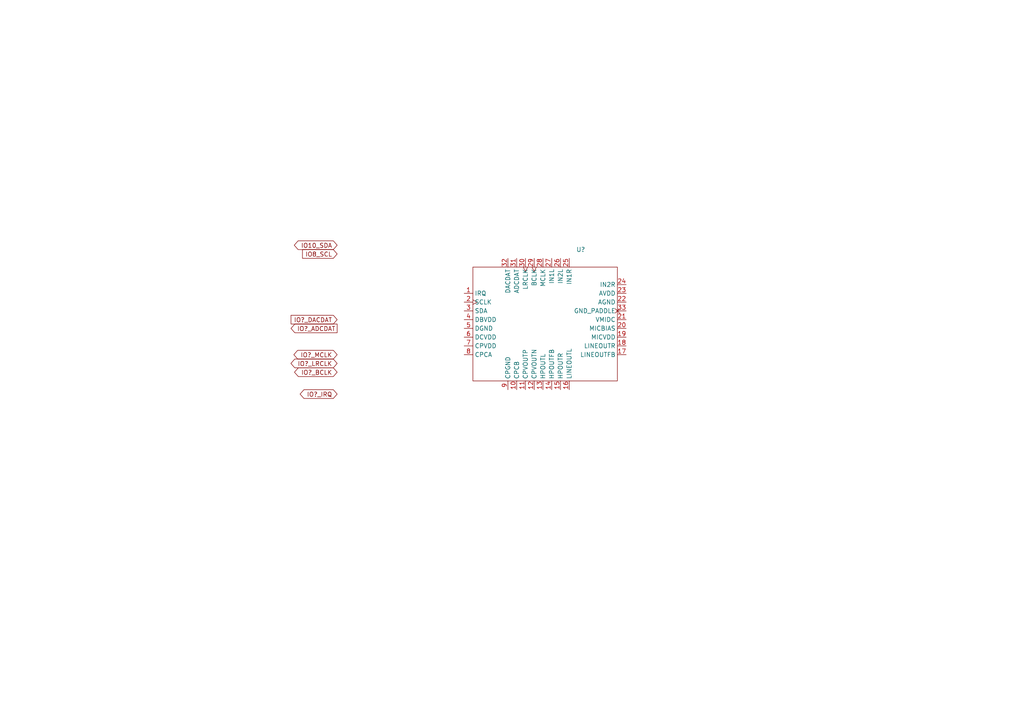
<source format=kicad_sch>
(kicad_sch (version 20211123) (generator eeschema)
  (paper "A4")
  (lib_symbols
    (symbol "Rust_Board_Audio:WM8904"
      (property "Reference" "U" (at 0 2.54 0))
      (property "Value" "WM8904" (at 0 0 0))
      (symbol "WM8904_0_0"
        (pin bidirectional line (at -24.13 8.89 0) (length 2.54) (name "IRQ") (number "1"))
        (pin output line (at -8.89 -19.05 90) (length 2.54) (name "CPCB") (number "10"))
        (pin output line (at -6.35 -19.05 90) (length 2.54) (name "CPVOUTP") (number "11"))
        (pin output line (at -3.81 -19.05 90) (length 2.54) (name "CPVOUTN") (number "12"))
        (pin output line (at -1.27 -19.05 90) (length 2.54) (name "HPOUTL") (number "13"))
        (pin output line (at 1.27 -19.05 90) (length 2.54) (name "HPOUTFB") (number "14"))
        (pin output line (at 3.81 -19.05 90) (length 2.54) (name "HPOUTR") (number "15"))
        (pin output line (at 6.35 -19.05 90) (length 2.54) (name "LINEOUTL") (number "16"))
        (pin output line (at 22.86 -8.89 180) (length 2.54) (name "LINEOUTFB") (number "17"))
        (pin output line (at 22.86 -6.35 180) (length 2.54) (name "LINEOUTR") (number "18"))
        (pin power_in line (at 22.86 -3.81 180) (length 2.54) (name "MICVDD") (number "19"))
        (pin input clock (at -24.13 6.35 0) (length 2.54) (name "SCLK") (number "2"))
        (pin output line (at 22.86 -1.27 180) (length 2.54) (name "MICBIAS") (number "20"))
        (pin passive line (at 22.86 1.27 180) (length 2.54) (name "VMIDC") (number "21"))
        (pin power_in line (at 22.86 6.35 180) (length 2.54) (name "AGND") (number "22"))
        (pin power_in line (at 22.86 8.89 180) (length 2.54) (name "AVDD") (number "23"))
        (pin input line (at 22.86 11.43 180) (length 2.54) (name "IN2R") (number "24"))
        (pin input line (at 6.35 19.05 270) (length 2.54) (name "IN1R") (number "25"))
        (pin input line (at 3.81 19.05 270) (length 2.54) (name "IN2L") (number "26"))
        (pin input line (at 1.27 19.05 270) (length 2.54) (name "IN1L") (number "27"))
        (pin input line (at -1.27 19.05 270) (length 2.54) (name "MCLK") (number "28"))
        (pin bidirectional clock (at -3.81 19.05 270) (length 2.54) (name "BCLK") (number "29"))
        (pin bidirectional line (at -24.13 3.81 0) (length 2.54) (name "SDA") (number "3"))
        (pin bidirectional clock (at -6.35 19.05 270) (length 2.54) (name "LRCLK") (number "30"))
        (pin input line (at -8.89 19.05 270) (length 2.54) (name "ADCDAT") (number "31"))
        (pin output line (at -11.43 19.05 270) (length 2.54) (name "DACDAT") (number "32"))
        (pin power_in non_logic (at 22.86 3.81 180) (length 2.54) (name "GND_PADDLE") (number "33"))
        (pin power_in line (at -24.13 1.27 0) (length 2.54) (name "DBVDD") (number "4"))
        (pin power_in line (at -24.13 -1.27 0) (length 2.54) (name "DGND") (number "5"))
        (pin power_in line (at -24.13 -3.81 0) (length 2.54) (name "DCVDD") (number "6"))
        (pin power_in line (at -24.13 -6.35 0) (length 2.54) (name "CPVDD") (number "7"))
        (pin output line (at -24.13 -8.89 0) (length 2.54) (name "CPCA") (number "8"))
        (pin power_in line (at -11.43 -19.05 90) (length 2.54) (name "CPGND") (number "9"))
      )
      (symbol "WM8904_0_1"
        (rectangle (start -21.59 16.51) (end 20.32 -16.51))
      )
    )
  )
  (global_label "IO?_DACDAT" (shape input) (at 97.79 92.71 180) (property "Intersheet References" "${INTERSHEET_REFS}" (effects hide)))
  (global_label "IO?_ADCDAT" (shape output) (at 97.79 95.25 180) (property "Intersheet References" "${INTERSHEET_REFS}" (effects hide)))
  (global_label "IO?_BCLK" (shape bidirectional) (at 97.79 107.95 180) (property "Intersheet References" "${INTERSHEET_REFS}" (effects hide)))
  (global_label "IO?_MCLK" (shape bidirectional) (at 97.79 102.87 180) (property "Intersheet References" "${INTERSHEET_REFS}" (effects hide)))
  (global_label "IO?_LRCLK" (shape bidirectional) (at 97.79 105.41 180) (property "Intersheet References" "${INTERSHEET_REFS}" (effects hide)))
  (global_label "IO8_SCL" (shape input) (at 97.79 73.66 180) (property "Intersheet References" "${INTERSHEET_REFS}" (effects hide)))
  (global_label "IO?_IRQ" (shape bidirectional) (at 97.79 114.3 180) (property "Intersheet References" "${INTERSHEET_REFS}" (effects hide)))
  (global_label "IO10_SDA" (shape bidirectional) (at 97.79 71.12 180) (property "Intersheet References" "${INTERSHEET_REFS}" (effects hide)))
  (symbol (lib_id "Rust_Board_Audio:WM8904") (at 158.75 93.98 0) (unit 1)
    (property "Reference" "U?" (at 167.1194 72.39 0) (effects (justify left)))
    (property "Datasheet" "https://master-nq.webp2.cirrus.com/products/wm8904/" (effects hide))
  )
)
</source>
